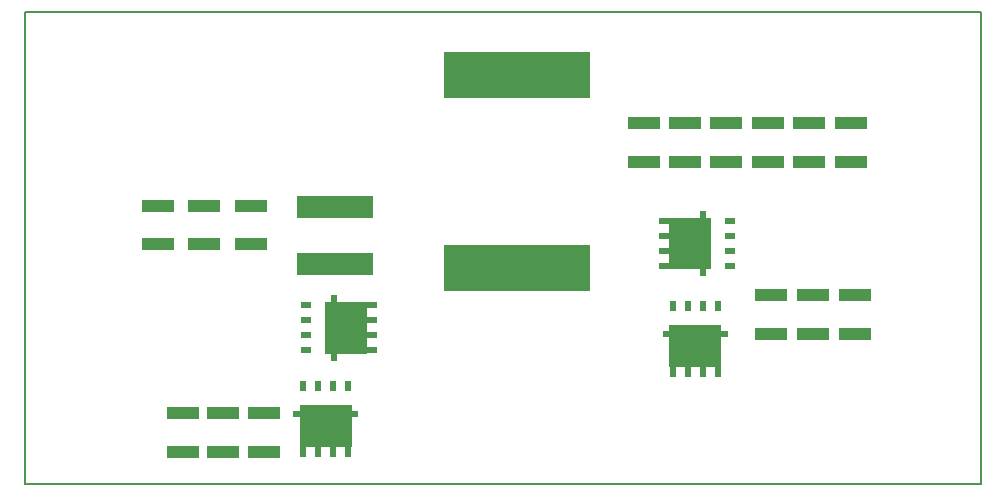
<source format=gtp>
%FSLAX25Y25*%
%MOIN*%
G70*
G01*
G75*
G04 Layer_Color=8421504*
%ADD10R,0.10630X0.03937*%
%ADD11R,0.02126X0.03543*%
%ADD12R,0.06299X0.01969*%
%ADD13R,0.07874X0.14410*%
%ADD14R,0.09843X0.14410*%
%ADD15R,0.25590X0.07559*%
%ADD16R,0.03543X0.02126*%
%ADD17R,0.01969X0.06299*%
%ADD18R,0.14410X0.07874*%
%ADD19R,0.14410X0.09843*%
%ADD20R,0.48504X0.15354*%
%ADD21C,0.00800*%
%ADD22R,0.19863X0.06977*%
%ADD23R,0.06180X0.93198*%
%ADD24R,0.45000X0.11900*%
%ADD25R,0.14563X0.09851*%
%ADD26R,0.30545X0.09475*%
%ADD27R,0.84414X0.11700*%
%ADD28R,0.46600X0.09300*%
%ADD29R,0.07500X0.15800*%
%ADD30R,0.07871X0.17200*%
%ADD31C,0.00500*%
%ADD32O,0.11811X0.09843*%
%ADD33R,0.11811X0.09843*%
%ADD34C,0.04000*%
%ADD35C,0.03000*%
%ADD36C,0.02000*%
%ADD37C,0.05000*%
%ADD38R,0.02756X0.03347*%
%ADD39R,0.03347X0.02756*%
%ADD40R,0.05118X0.03937*%
%ADD41O,0.02756X0.01181*%
%ADD42O,0.01181X0.02756*%
%ADD43R,0.07087X0.13386*%
%ADD44R,0.05000X0.94000*%
%ADD45R,0.16800X0.04300*%
%ADD46R,0.02620X0.27359*%
%ADD47R,0.02295X0.26700*%
%ADD48C,0.01000*%
D10*
X79826Y-146600D02*
D03*
Y-133805D02*
D03*
X66226Y-146600D02*
D03*
Y-133805D02*
D03*
X52626Y-146600D02*
D03*
Y-133805D02*
D03*
X59926Y-64700D02*
D03*
Y-77495D02*
D03*
X75426Y-64700D02*
D03*
Y-77495D02*
D03*
X44426Y-64700D02*
D03*
Y-77495D02*
D03*
X276726Y-107294D02*
D03*
Y-94498D02*
D03*
X262726Y-107294D02*
D03*
Y-94498D02*
D03*
X248726Y-107294D02*
D03*
Y-94498D02*
D03*
X275326Y-37094D02*
D03*
Y-49889D02*
D03*
X247726Y-37094D02*
D03*
Y-49889D02*
D03*
X261526Y-37094D02*
D03*
Y-49889D02*
D03*
X206326Y-37094D02*
D03*
Y-49889D02*
D03*
X220126Y-37094D02*
D03*
Y-49889D02*
D03*
X233926Y-37094D02*
D03*
Y-49889D02*
D03*
D11*
X97888Y-146778D02*
D03*
X107888D02*
D03*
Y-124740D02*
D03*
X92888Y-146778D02*
D03*
X97888Y-124740D02*
D03*
X92888D02*
D03*
X102888Y-146778D02*
D03*
Y-124740D02*
D03*
X220988Y-119972D02*
D03*
X230988D02*
D03*
Y-97934D02*
D03*
X215988Y-119972D02*
D03*
X220988Y-97934D02*
D03*
X215988D02*
D03*
X225988Y-119972D02*
D03*
Y-97934D02*
D03*
D12*
X108262Y-133992D02*
D03*
X92514D02*
D03*
X231362Y-107186D02*
D03*
X215614D02*
D03*
D13*
X105009Y-138028D02*
D03*
X228109Y-111221D02*
D03*
D14*
X96767Y-138028D02*
D03*
X219867Y-111221D02*
D03*
D15*
X103326Y-64924D02*
D03*
Y-83900D02*
D03*
D16*
X115804Y-107838D02*
D03*
Y-97838D02*
D03*
X93766D02*
D03*
X115804Y-112838D02*
D03*
X93766Y-107838D02*
D03*
Y-112838D02*
D03*
X115804Y-102838D02*
D03*
X93766D02*
D03*
X213148Y-74656D02*
D03*
Y-84656D02*
D03*
X235186D02*
D03*
X213148Y-69656D02*
D03*
X235186Y-74656D02*
D03*
Y-69656D02*
D03*
X213148Y-79656D02*
D03*
X235186D02*
D03*
D17*
X103018Y-97464D02*
D03*
Y-113212D02*
D03*
X225934Y-85030D02*
D03*
Y-69282D02*
D03*
D18*
X107053Y-100716D02*
D03*
X221898Y-81777D02*
D03*
D19*
X107053Y-108959D02*
D03*
X221898Y-73535D02*
D03*
D20*
X164026Y-21087D02*
D03*
Y-85300D02*
D03*
D31*
X0Y-157480D02*
Y0D01*
Y-157480D02*
X318898D01*
Y0D01*
X0D02*
X318898D01*
M02*

</source>
